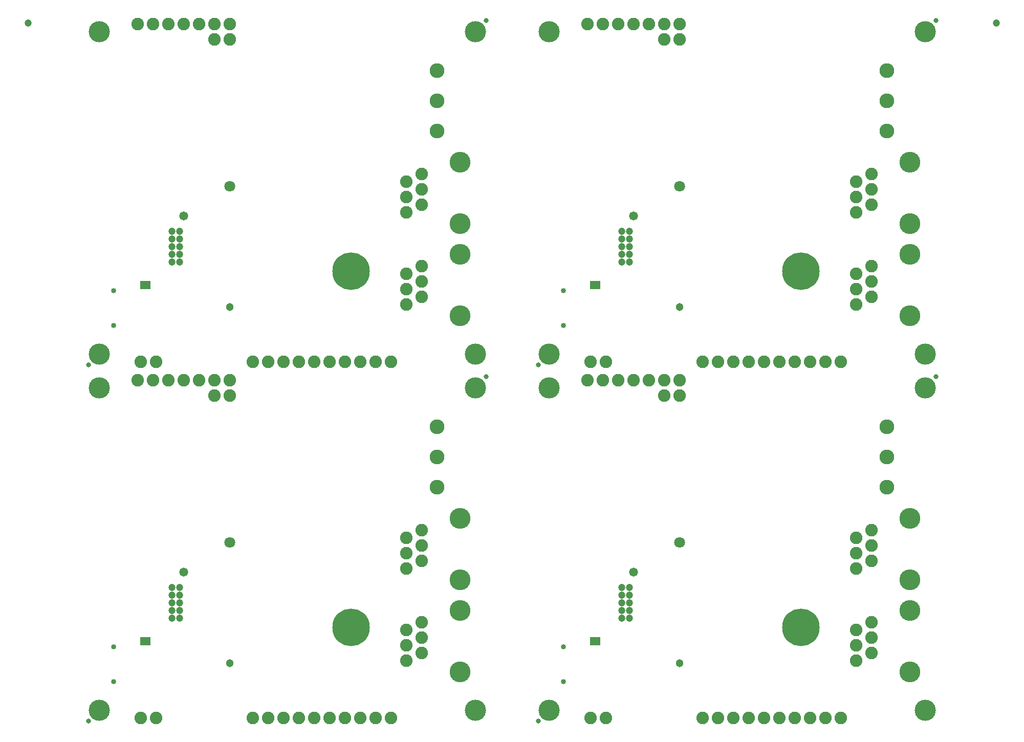
<source format=gbs>
G04 EAGLE Gerber RS-274X export*
G75*
%MOMM*%
%FSLAX34Y34*%
%LPD*%
%INSoldermask Bottom*%
%IPPOS*%
%AMOC8*
5,1,8,0,0,1.08239X$1,22.5*%
G01*
%ADD10C,0.853200*%
%ADD11C,0.838200*%
%ADD12C,3.505200*%
%ADD13C,2.082800*%
%ADD14C,1.203200*%
%ADD15C,6.203200*%
%ADD16C,2.453200*%
%ADD17C,3.454400*%
%ADD18C,1.303200*%
%ADD19C,1.803200*%
%ADD20R,0.838200X1.473200*%
%ADD21C,1.473200*%


D10*
X49050Y130500D03*
X49050Y72700D03*
D11*
X7620Y7620D03*
X665480Y577850D03*
D12*
X647700Y558800D03*
X25400Y558800D03*
X647700Y25400D03*
X25400Y25400D03*
D13*
X93980Y12700D03*
X119380Y12700D03*
D14*
X158750Y190500D03*
X158750Y203200D03*
X158750Y215900D03*
X158750Y228600D03*
X158750Y177800D03*
X146050Y190500D03*
X146050Y203200D03*
X146050Y215900D03*
X146050Y228600D03*
X146050Y177800D03*
D13*
X190500Y571500D03*
X165100Y571500D03*
X139700Y571500D03*
X114300Y571500D03*
X88900Y571500D03*
X406400Y12700D03*
X381000Y12700D03*
X355600Y12700D03*
X330200Y12700D03*
X304800Y12700D03*
X279400Y12700D03*
X431800Y12700D03*
X457200Y12700D03*
X482600Y12700D03*
X508000Y12700D03*
D15*
X442000Y163000D03*
D16*
X584200Y494500D03*
X584200Y444500D03*
X584200Y394500D03*
D13*
X533400Y107950D03*
X558800Y120650D03*
X533400Y133350D03*
X558800Y146050D03*
X533400Y158750D03*
X558800Y171450D03*
D17*
X622300Y88900D03*
X622300Y190500D03*
D13*
X533400Y260350D03*
X558800Y273050D03*
X533400Y285750D03*
X558800Y298450D03*
X533400Y311150D03*
X558800Y323850D03*
D17*
X622300Y241300D03*
X622300Y342900D03*
D18*
X241300Y103200D03*
D19*
X241300Y303200D03*
D13*
X215900Y571500D03*
X241300Y571500D03*
X215900Y546100D03*
X241300Y546100D03*
D20*
X105664Y139700D03*
X97536Y139700D03*
D21*
X165100Y254000D03*
D10*
X793270Y130500D03*
X793270Y72700D03*
D11*
X751840Y7620D03*
X1409700Y577850D03*
D12*
X1391920Y558800D03*
X769620Y558800D03*
X1391920Y25400D03*
X769620Y25400D03*
D13*
X838200Y12700D03*
X863600Y12700D03*
D14*
X902970Y190500D03*
X902970Y203200D03*
X902970Y215900D03*
X902970Y228600D03*
X902970Y177800D03*
X890270Y190500D03*
X890270Y203200D03*
X890270Y215900D03*
X890270Y228600D03*
X890270Y177800D03*
D13*
X934720Y571500D03*
X909320Y571500D03*
X883920Y571500D03*
X858520Y571500D03*
X833120Y571500D03*
X1150620Y12700D03*
X1125220Y12700D03*
X1099820Y12700D03*
X1074420Y12700D03*
X1049020Y12700D03*
X1023620Y12700D03*
X1176020Y12700D03*
X1201420Y12700D03*
X1226820Y12700D03*
X1252220Y12700D03*
D15*
X1186220Y163000D03*
D16*
X1328420Y494500D03*
X1328420Y444500D03*
X1328420Y394500D03*
D13*
X1277620Y107950D03*
X1303020Y120650D03*
X1277620Y133350D03*
X1303020Y146050D03*
X1277620Y158750D03*
X1303020Y171450D03*
D17*
X1366520Y88900D03*
X1366520Y190500D03*
D13*
X1277620Y260350D03*
X1303020Y273050D03*
X1277620Y285750D03*
X1303020Y298450D03*
X1277620Y311150D03*
X1303020Y323850D03*
D17*
X1366520Y241300D03*
X1366520Y342900D03*
D18*
X985520Y103200D03*
D19*
X985520Y303200D03*
D13*
X960120Y571500D03*
X985520Y571500D03*
X960120Y546100D03*
X985520Y546100D03*
D20*
X849884Y139700D03*
X841756Y139700D03*
D21*
X909320Y254000D03*
D10*
X49050Y719780D03*
X49050Y661980D03*
D11*
X7620Y596900D03*
X665480Y1167130D03*
D12*
X647700Y1148080D03*
X25400Y1148080D03*
X647700Y614680D03*
X25400Y614680D03*
D13*
X93980Y601980D03*
X119380Y601980D03*
D14*
X158750Y779780D03*
X158750Y792480D03*
X158750Y805180D03*
X158750Y817880D03*
X158750Y767080D03*
X146050Y779780D03*
X146050Y792480D03*
X146050Y805180D03*
X146050Y817880D03*
X146050Y767080D03*
D13*
X190500Y1160780D03*
X165100Y1160780D03*
X139700Y1160780D03*
X114300Y1160780D03*
X88900Y1160780D03*
X406400Y601980D03*
X381000Y601980D03*
X355600Y601980D03*
X330200Y601980D03*
X304800Y601980D03*
X279400Y601980D03*
X431800Y601980D03*
X457200Y601980D03*
X482600Y601980D03*
X508000Y601980D03*
D15*
X442000Y752280D03*
D16*
X584200Y1083780D03*
X584200Y1033780D03*
X584200Y983780D03*
D13*
X533400Y697230D03*
X558800Y709930D03*
X533400Y722630D03*
X558800Y735330D03*
X533400Y748030D03*
X558800Y760730D03*
D17*
X622300Y678180D03*
X622300Y779780D03*
D13*
X533400Y849630D03*
X558800Y862330D03*
X533400Y875030D03*
X558800Y887730D03*
X533400Y900430D03*
X558800Y913130D03*
D17*
X622300Y830580D03*
X622300Y932180D03*
D18*
X241300Y692480D03*
D19*
X241300Y892480D03*
D13*
X215900Y1160780D03*
X241300Y1160780D03*
X215900Y1135380D03*
X241300Y1135380D03*
D20*
X105664Y728980D03*
X97536Y728980D03*
D21*
X165100Y843280D03*
D10*
X793270Y719780D03*
X793270Y661980D03*
D11*
X751840Y596900D03*
X1409700Y1167130D03*
D12*
X1391920Y1148080D03*
X769620Y1148080D03*
X1391920Y614680D03*
X769620Y614680D03*
D13*
X838200Y601980D03*
X863600Y601980D03*
D14*
X902970Y779780D03*
X902970Y792480D03*
X902970Y805180D03*
X902970Y817880D03*
X902970Y767080D03*
X890270Y779780D03*
X890270Y792480D03*
X890270Y805180D03*
X890270Y817880D03*
X890270Y767080D03*
D13*
X934720Y1160780D03*
X909320Y1160780D03*
X883920Y1160780D03*
X858520Y1160780D03*
X833120Y1160780D03*
X1150620Y601980D03*
X1125220Y601980D03*
X1099820Y601980D03*
X1074420Y601980D03*
X1049020Y601980D03*
X1023620Y601980D03*
X1176020Y601980D03*
X1201420Y601980D03*
X1226820Y601980D03*
X1252220Y601980D03*
D15*
X1186220Y752280D03*
D16*
X1328420Y1083780D03*
X1328420Y1033780D03*
X1328420Y983780D03*
D13*
X1277620Y697230D03*
X1303020Y709930D03*
X1277620Y722630D03*
X1303020Y735330D03*
X1277620Y748030D03*
X1303020Y760730D03*
D17*
X1366520Y678180D03*
X1366520Y779780D03*
D13*
X1277620Y849630D03*
X1303020Y862330D03*
X1277620Y875030D03*
X1303020Y887730D03*
X1277620Y900430D03*
X1303020Y913130D03*
D17*
X1366520Y830580D03*
X1366520Y932180D03*
D18*
X985520Y692480D03*
D19*
X985520Y892480D03*
D13*
X960120Y1160780D03*
X985520Y1160780D03*
X960120Y1135380D03*
X985520Y1135380D03*
D20*
X849884Y728980D03*
X841756Y728980D03*
D21*
X909320Y843280D03*
D14*
X-92278Y1162685D03*
X1509598Y1162685D03*
M02*

</source>
